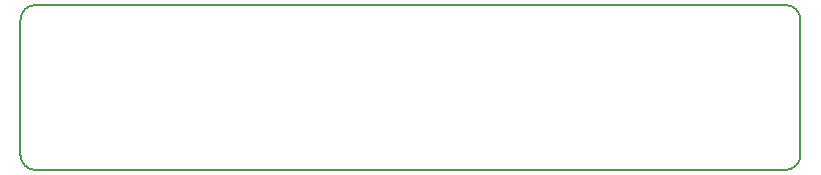
<source format=gbr>
G04 #@! TF.FileFunction,Profile,NP*
%FSLAX46Y46*%
G04 Gerber Fmt 4.6, Leading zero omitted, Abs format (unit mm)*
G04 Created by KiCad (PCBNEW 4.0.2+e4-6225~38~ubuntu15.04.1-stable) date vr 15 jul 2016 23:36:52 CEST*
%MOMM*%
G01*
G04 APERTURE LIST*
%ADD10C,0.100000*%
%ADD11C,0.150000*%
G04 APERTURE END LIST*
D10*
D11*
X120015000Y-88265000D02*
G75*
G03X118745000Y-89535000I0J-1270000D01*
G01*
X118745000Y-100965000D02*
G75*
G03X120015000Y-102235000I1270000J0D01*
G01*
X183515000Y-102235000D02*
G75*
G03X184785000Y-100965000I0J1270000D01*
G01*
X184785000Y-89535000D02*
G75*
G03X183515000Y-88265000I-1270000J0D01*
G01*
X120015000Y-88265000D02*
X183515000Y-88265000D01*
X118745000Y-100965000D02*
X118745000Y-89535000D01*
X183515000Y-102235000D02*
X120015000Y-102235000D01*
X184785000Y-89535000D02*
X184785000Y-100965000D01*
M02*

</source>
